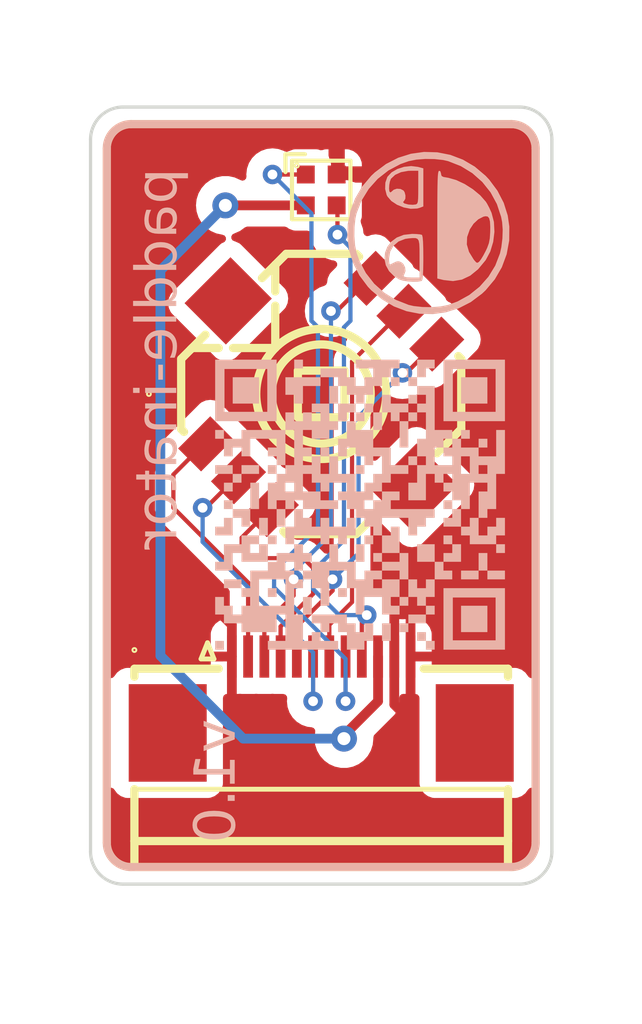
<source format=kicad_pcb>
(kicad_pcb (version 20240108) (generator "pcbnew") (generator_version "8.0")
  (layers (0 "F.Cu" power) (31 "B.Cu" power) (34 "B.Paste" user) (35 "F.Paste" user) (36 "B.SilkS" user "B.Silkscreen") (37 "F.SilkS" user "F.Silkscreen") (38 "B.Mask" user) (39 "F.Mask" user) (44 "Edge.Cuts" user))
  (net 0 "")
  (net 1 "DI")
  (net 2 "+5V")
  (net 3 "GND")
  (net 4 "DO")
  (net 6 "B")
  (net 7 "C")
  (net 9 "CENTER")
  (net 10 "COM")
  (net 11 "A")
  (net 12 "D")
  (footprint "MyKicadFootprints:SW-SMD_SKRHACE010" (layer "F.Cu") (at 118.15 83.9 45)
    (property "Reference" "U1" (hide yes))
    (property "Value" "SKRHACE010")
    (pad "1" smd rect (at -3.599949 -1.429896 45) (size 1.400051 1) (layers "F.Cu" "F.Paste" "F.Mask") (net 11 "A"))
    (pad "2" smd rect (at -3.599949 0.000127 45) (size 1.400051 1) (layers "F.Cu" "F.Paste" "F.Mask") (net 9 "CENTER"))
    (pad "3" smd rect (at -3.599949 1.429896 45) (size 1.400051 1) (layers "F.Cu" "F.Paste" "F.Mask") (net 7 "C"))
    (pad "4" smd rect (at 3.599949 -1.429896 45) (size 1.400051 1) (layers "F.Cu" "F.Paste" "F.Mask") (net 6 "B"))
    (pad "5" smd rect (at 3.599949 0.000127 45) (size 1.400051 1) (layers "F.Cu" "F.Paste" "F.Mask") (net 10 "COM"))
    (pad "6" smd rect (at 3.599949 1.429896 45) (size 1.400051 1) (layers "F.Cu" "F.Paste" "F.Mask") (net 12 "D"))
    (pad "7" smd rect (at 0 -4.049912 45) (size 2 1.8) (layers "F.Cu" "F.Paste" "F.Mask"))
    (pad "8" smd rect (at 0 4.049912 45) (size 2 1.8) (layers "F.Cu" "F.Paste" "F.Mask"))
  )
  (footprint "MyKicadFootprints:LED-SMD_4P-L1.5-W1.5-BL" (layer "F.Cu") (at 118.15 77.624892 -90)
    (property "Reference" "D1" (hide yes))
    (property "Value" "SK6805-EC15")
    (pad "1" smd rect (at -0.475108 0.474854 270) (size 0.550013 0.550013) (layers "F.Cu" "F.Paste" "F.Mask") (net 1 "DI"))
    (pad "2" smd rect (at 0.475108 0.475108 270) (size 0.550013 0.550013) (layers "F.Cu" "F.Paste" "F.Mask") (net 2 "+5V"))
    (pad "3" smd rect (at 0.475108 -0.475108 270) (size 0.550013 0.550013) (layers "F.Cu" "F.Paste" "F.Mask") (net 4 "DO"))
    (pad "4" smd rect (at -0.475108 -0.475108 270) (size 0.550013 0.550013) (layers "F.Cu" "F.Paste" "F.Mask") (net 3 "GND"))
  )
  (footprint "MyKicadFootprints:FFC-SMD_FFC05001-12SBA124W5M" (layer "F.Cu") (at 118.15 93.15)
    (property "Reference" "U2" (hide yes))
    (property "Value" "FFC05001-12SBA124W5M")
    (pad "1" smd rect (at -2.749936 -1.175006) (size 0.3 1.3) (layers "F.Cu" "F.Paste" "F.Mask") (net 3 "GND"))
    (pad "2" smd rect (at -2.250064 -1.175006) (size 0.3 1.3) (layers "F.Cu" "F.Paste" "F.Mask") (net 11 "A"))
    (pad "3" smd rect (at -1.749936 -1.175006) (size 0.3 1.3) (layers "F.Cu" "F.Paste" "F.Mask") (net 6 "B"))
    (pad "4" smd rect (at -1.250064 -1.175006) (size 0.3 1.3) (layers "F.Cu" "F.Paste" "F.Mask") (net 7 "C"))
    (pad "5" smd rect (at -0.749936 -1.175006) (size 0.3 1.3) (layers "F.Cu" "F.Paste" "F.Mask") (net 12 "D"))
    (pad "6" smd rect (at -0.250064 -1.175006) (size 0.3 1.3) (layers "F.Cu" "F.Paste" "F.Mask") (net 9 "CENTER"))
    (pad "7" smd rect (at 0.250064 -1.175006) (size 0.3 1.3) (layers "F.Cu" "F.Paste" "F.Mask") (net 10 "COM"))
    (pad "8" smd rect (at 0.749936 -1.175006) (size 0.3 1.3) (layers "F.Cu" "F.Paste" "F.Mask") (net 1 "DI"))
    (pad "9" smd rect (at 1.250064 -1.175006) (size 0.3 1.3) (layers "F.Cu" "F.Paste" "F.Mask") (net 4 "DO"))
    (pad "10" smd rect (at 1.749936 -1.175006) (size 0.3 1.3) (layers "F.Cu" "F.Paste" "F.Mask") (net 2 "+5V"))
    (pad "11" smd rect (at 2.250064 -1.175006) (size 0.3 1.3) (layers "F.Cu" "F.Paste" "F.Mask") (net 3 "GND"))
    (pad "12" smd rect (at 2.749936 -1.175006) (size 0.3 1.3) (layers "F.Cu" "F.Paste" "F.Mask") (net 3 "GND"))
    (pad "13" smd rect (at 4.725044 1.174752) (size 2.4 3) (layers "F.Cu" "F.Paste" "F.Mask"))
    (pad "14" smd rect (at -4.725044 1.175006) (size 2.4 3) (layers "F.Cu" "F.Paste" "F.Mask"))
  )
  (footprint "MyKicadFootprints:awesome-logo" (layer "B.Cu") (at 121.45 78.95 -90)
    (property "Reference" "LOGO1" (hide yes))
    (property "Value" "**REF" (hide yes))
  )
  (footprint "MyKicadFootprints:paddle-dpad-pcb-qr-10mm" (layer "B.Cu") (at 119.35 87.3 180)
    (property "Reference" "QR1" (hide yes))
    (property "Value" "**REF" (hide yes))
  )
  (gr_arc (start 124 75.6) (mid 124.53033 75.81967) (end 124.75 76.35) (stroke (width 0.25)) (layer "B.SilkS"))
  (gr_line (start 124.75 97.7) (end 124.75 76.35) (stroke (width 0.25)) (layer "B.SilkS"))
  (gr_line (start 124 75.6) (end 112.3 75.6) (stroke (width 0.25)) (layer "B.SilkS"))
  (gr_line (start 112.3 98.45) (end 124 98.45) (stroke (width 0.25)) (layer "B.SilkS"))
  (gr_arc (start 124.75 97.7) (mid 124.53033 98.23033) (end 124 98.45) (stroke (width 0.25)) (layer "B.SilkS"))
  (gr_arc (start 112.3 98.45) (mid 111.76967 98.23033) (end 111.55 97.7) (stroke (width 0.25)) (layer "B.SilkS"))
  (gr_arc (start 111.55 76.35) (mid 111.76967 75.81967) (end 112.3 75.6) (stroke (width 0.25)) (layer "B.SilkS"))
  (gr_line (start 111.55 76.35) (end 111.55 97.7) (stroke (width 0.25)) (layer "B.SilkS"))
  (gr_line (start 124.75 76.35) (end 124.75 97.7) (stroke (width 0.25)) (layer "F.SilkS"))
  (gr_arc (start 112.3 98.45) (mid 111.76967 98.23033) (end 111.55 97.7) (stroke (width 0.25)) (layer "F.SilkS"))
  (gr_arc (start 111.55 76.35) (mid 111.76967 75.81967) (end 112.3 75.6) (stroke (width 0.25)) (layer "F.SilkS"))
  (gr_arc (start 124.75 97.7) (mid 124.53033 98.23033) (end 124 98.45) (stroke (width 0.25)) (layer "F.SilkS"))
  (gr_line (start 111.55 97.7) (end 111.55 76.35) (stroke (width 0.25)) (layer "F.SilkS"))
  (gr_arc (start 124 75.6) (mid 124.53033 75.81967) (end 124.75 76.35) (stroke (width 0.25)) (layer "F.SilkS"))
  (gr_line (start 112.3 75.6) (end 124 75.6) (stroke (width 0.25)) (layer "F.SilkS"))
  (gr_line (start 124 98.45) (end 112.3 98.45) (stroke (width 0.25)) (layer "F.SilkS"))
  (gr_arc (start 124.25 75.075) (mid 124.957107 75.367893) (end 125.25 76.075) (stroke (width 0.1)) (layer "Edge.Cuts"))
  (gr_line (start 125.25 76.075) (end 125.25 97.975) (stroke (width 0.1)) (layer "Edge.Cuts"))
  (gr_line (start 111.05 97.975) (end 111.05 76.075) (stroke (width 0.1)) (layer "Edge.Cuts"))
  (gr_arc (start 112.05 98.975) (mid 111.342893 98.682107) (end 111.05 97.975) (stroke (width 0.1)) (layer "Edge.Cuts"))
  (gr_line (start 112.05 75.075) (end 124.25 75.075) (stroke (width 0.1)) (layer "Edge.Cuts"))
  (gr_arc (start 125.25 97.975) (mid 124.957107 98.682107) (end 124.25 98.975) (stroke (width 0.1)) (layer "Edge.Cuts"))
  (gr_line (start 124.25 98.975) (end 112.05 98.975) (stroke (width 0.1)) (layer "Edge.Cuts"))
  (gr_arc (start 111.05 76.075) (mid 111.342893 75.367893) (end 112.05 75.075) (stroke (width 0.1)) (layer "Edge.Cuts"))
  (gr_text "paddle-inator" (at 113.9 76.95 90) (layer "B.SilkS") (effects (font (size 1.25 1.25)) (justify left bottom mirror)))
  (gr_text "v1.0" (at 115.7 93.9 90) (layer "B.SilkS") (effects (font (size 1.25 1.25)) (justify left bottom mirror)))
  (segment (start 118.899936 93.349936) (end 118.899936 91.974994) (width 0.13) (layer "F.Cu") (net 1))
  (segment (start 116.65 77.15) (end 117.500038 77.15) (width 0.13) (layer "F.Cu") (net 1))
  (segment (start 117.500038 77.15) (end 117.500254 77.149784) (width 0.13) (layer "F.Cu") (net 1))
  (segment (start 118.9 93.35) (end 118.899936 93.349936) (width 0.13) (layer "F.Cu") (net 1))
  (via (at 118.9 93.35) (size 0.6) (drill 0.3) (layers "F.Cu" "B.Cu") (net 1))
  (via (at 116.65 77.15) (size 0.6) (drill 0.3) (layers "F.Cu" "B.Cu") (net 1))
  (segment (start 116.65 77.15) (end 117.85 78.35) (width 0.13) (layer "B.Cu") (net 1))
  (segment (start 116.7 89.85) (end 118.9 92.05) (width 0.13) (layer "B.Cu") (net 1))
  (segment (start 117.85 81.65) (end 118.05 81.85) (width 0.13) (layer "B.Cu") (net 1))
  (segment (start 117.85 78.35) (end 117.85 81.65) (width 0.13) (layer "B.Cu") (net 1))
  (segment (start 118.05 88) (end 116.7 89.35) (width 0.13) (layer "B.Cu") (net 1))
  (segment (start 116.7 89.35) (end 116.7 89.85) (width 0.13) (layer "B.Cu") (net 1))
  (segment (start 118.9 92.05) (end 118.9 93.35) (width 0.13) (layer "B.Cu") (net 1))
  (segment (start 118.05 81.85) (end 118.05 88) (width 0.13) (layer "B.Cu") (net 1))
  (segment (start 119.899936 93.350064) (end 119.899936 91.974994) (width 0.3) (layer "F.Cu") (net 2))
  (segment (start 118.85 94.4) (end 119.899936 93.350064) (width 0.3) (layer "F.Cu") (net 2))
  (segment (start 118.85 94.5) (end 118.85 94.4) (width 0.3) (layer "F.Cu") (net 2))
  (segment (start 115.2 78.1) (end 117.5 78.1) (width 0.3) (layer "F.Cu") (net 2))
  (via (at 118.85 94.5) (size 0.8) (drill 0.4) (layers "F.Cu" "B.Cu") (net 2))
  (via (at 115.2 78.1) (size 0.8) (drill 0.4) (layers "F.Cu" "B.Cu") (net 2))
  (segment (start 113.2 80.1) (end 115.2 78.1) (width 0.3) (layer "B.Cu") (net 2))
  (segment (start 115.75 94.5) (end 113.2 91.95) (width 0.3) (layer "B.Cu") (net 2))
  (segment (start 118.85 94.5) (end 115.75 94.5) (width 0.3) (layer "B.Cu") (net 2))
  (segment (start 113.2 91.95) (end 113.2 80.1) (width 0.3) (layer "B.Cu") (net 2))
  (segment (start 115.400064 91.974994) (end 113.924994 91.974994) (width 0.3) (layer "F.Cu") (net 3))
  (segment (start 113.924994 91.974994) (end 113.7 91.75) (width 0.3) (layer "F.Cu") (net 3))
  (segment (start 120.400064 91.974994) (end 120.400064 93.450064) (width 0.3) (layer "F.Cu") (net 3))
  (segment (start 115.400064 91.974994) (end 115.400064 91.000064) (width 0.3) (layer "F.Cu") (net 3))
  (segment (start 120.400064 90.649936) (end 120.85 90.2) (width 0.3) (layer "F.Cu") (net 3))
  (segment (start 120.400064 91.974994) (end 120.400064 90.649936) (width 0.3) (layer "F.Cu") (net 3))
  (segment (start 115.400064 93.200064) (end 116.05 93.85) (width 0.3) (layer "F.Cu") (net 3))
  (segment (start 115.400064 91.000064) (end 114.9 90.5) (width 0.3) (layer "F.Cu") (net 3))
  (segment (start 120.400064 93.450064) (end 120.8 93.85) (width 0.3) (layer "F.Cu") (net 3))
  (segment (start 114.9 90.5) (end 113.9 90.5) (width 0.3) (layer "F.Cu") (net 3))
  (segment (start 115.400064 91.974994) (end 115.400064 93.200064) (width 0.3) (layer "F.Cu") (net 3))
  (segment (start 119.400064 90.853313) (end 119.400064 91.974994) (width 0.13) (layer "F.Cu") (net 4))
  (segment (start 118.65 79) (end 118.65 78.299784) (width 0.13) (layer "F.Cu") (net 4))
  (segment (start 119.552338 90.701039) (end 119.400064 90.853313) (width 0.13) (layer "F.Cu") (net 4))
  (segment (start 118.65 78.299784) (end 118.450216 78.1) (width 0.13) (layer "F.Cu") (net 4))
  (via (at 118.65 79) (size 0.6) (drill 0.3) (layers "F.Cu" "B.Cu") (net 4))
  (via (at 119.552338 90.701039) (size 0.6) (drill 0.3) (layers "F.Cu" "B.Cu") (net 4))
  (segment (start 119.05 81.65) (end 118.85 81.85) (width 0.13) (layer "B.Cu") (net 4))
  (segment (start 118.85 81.85) (end 118.85 88.4) (width 0.13) (layer "B.Cu") (net 4))
  (segment (start 118.701039 90.701039) (end 119.552338 90.701039) (width 0.13) (layer "B.Cu") (net 4))
  (segment (start 117.9 89.9) (end 118.701039 90.701039) (width 0.13) (layer "B.Cu") (net 4))
  (segment (start 118.85 88.4) (end 117.9 89.35) (width 0.13) (layer "B.Cu") (net 4))
  (segment (start 119.05 79.4) (end 119.05 81.65) (width 0.13) (layer "B.Cu") (net 4))
  (segment (start 117.9 89.35) (end 117.9 89.9) (width 0.13) (layer "B.Cu") (net 4))
  (segment (start 118.65 79) (end 119.05 79.4) (width 0.13) (layer "B.Cu") (net 4))
  (segment (start 117.3 90.1) (end 116.400064 90.999936) (width 0.13) (layer "F.Cu") (net 6))
  (segment (start 116.400064 90.999936) (end 116.400064 91.974994) (width 0.13) (layer "F.Cu") (net 6))
  (segment (start 117.3 89.6) (end 117.3 90.1) (width 0.13) (layer "F.Cu") (net 6))
  (segment (start 118.45 81.35) (end 118.627821 81.35) (width 0.13) (layer "F.Cu") (net 6))
  (segment (start 118.627821 81.35) (end 119.634459 80.343362) (width 0.13) (layer "F.Cu") (net 6))
  (via (at 117.3 89.6) (size 0.6) (drill 0.3) (layers "F.Cu" "B.Cu") (net 6))
  (via (at 118.45 81.35) (size 0.6) (drill 0.3) (layers "F.Cu" "B.Cu") (net 6))
  (segment (start 117.3 89.6) (end 117.3 89.35) (width 0.13) (layer "B.Cu") (net 6))
  (segment (start 117.3 89.35) (end 118.45 88.2) (width 0.13) (layer "B.Cu") (net 6))
  (segment (start 118.45 88.2) (end 118.45 81.35) (width 0.13) (layer "B.Cu") (net 6))
  (segment (start 116.899936 91.050064) (end 116.899936 91.974994) (width 0.13) (layer "F.Cu") (net 7))
  (segment (start 115.7 88.65) (end 116 88.95) (width 0.13) (layer "F.Cu") (net 7))
  (segment (start 117.6 88.95) (end 117.9 89.25) (width 0.13) (layer "F.Cu") (net 7))
  (segment (start 117.9 89.25) (end 117.9 90.05) (width 0.13) (layer "F.Cu") (net 7))
  (segment (start 116.565541 87.456638) (end 115.7 88.322179) (width 0.13) (layer "F.Cu") (net 7))
  (segment (start 117.9 90.05) (end 116.899936 91.050064) (width 0.13) (layer "F.Cu") (net 7))
  (segment (start 116 88.95) (end 117.6 88.95) (width 0.13) (layer "F.Cu") (net 7))
  (segment (start 115.7 88.322179) (end 115.7 88.65) (width 0.13) (layer "F.Cu") (net 7))
  (segment (start 114.5 87.4) (end 114.600179 87.4) (width 0.13) (layer "F.Cu") (net 9))
  (segment (start 114.600179 87.4) (end 115.554541 86.445638) (width 0.13) (layer "F.Cu") (net 9))
  (segment (start 117.899936 93.35) (end 117.899936 91.974994) (width 0.13) (layer "F.Cu") (net 9))
  (via (at 117.899936 93.35) (size 0.6) (drill 0.3) (layers "F.Cu" "B.Cu") (net 9))
  (via (at 114.5 87.4) (size 0.6) (drill 0.3) (layers "F.Cu" "B.Cu") (net 9))
  (segment (start 117.899936 91.849936) (end 114.5 88.45) (width 0.13) (layer "B.Cu") (net 9))
  (segment (start 117.899936 93.35) (end 117.899936 91.849936) (width 0.13) (layer "B.Cu") (net 9))
  (segment (start 114.5 88.45) (end 114.5 87.4) (width 0.13) (layer "B.Cu") (net 9))
  (segment (start 118.400064 90.999936) (end 118.400064 91.974994) (width 0.13) (layer "F.Cu") (net 10))
  (segment (start 119.1 82.900179) (end 119.1 90.3) (width 0.13) (layer "F.Cu") (net 10))
  (segment (start 120.645638 81.354541) (end 119.1 82.900179) (width 0.13) (layer "F.Cu") (net 10))
  (segment (start 119.1 90.3) (end 118.400064 90.999936) (width 0.13) (layer "F.Cu") (net 10))
  (segment (start 113.6 86.377821) (end 114.543362 85.434459) (width 0.13) (layer "F.Cu") (net 11))
  (segment (start 113.6 87.4) (end 113.6 86.377821) (width 0.13) (layer "F.Cu") (net 11))
  (segment (start 115.899936 89.699936) (end 113.6 87.4) (width 0.13) (layer "F.Cu") (net 11))
  (segment (start 115.899936 91.974994) (end 115.899936 89.699936) (width 0.13) (layer "F.Cu") (net 11))
  (segment (start 120.65 83.25) (end 120.772179 83.25) (width 0.13) (layer "F.Cu") (net 12))
  (segment (start 117.400064 91.049936) (end 117.400064 91.974994) (width 0.13) (layer "F.Cu") (net 12))
  (segment (start 118.5 89.95) (end 117.400064 91.049936) (width 0.13) (layer "F.Cu") (net 12))
  (segment (start 118.5 89.6) (end 118.5 89.95) (width 0.13) (layer "F.Cu") (net 12))
  (segment (start 120.772179 83.25) (end 121.656638 82.365541) (width 0.13) (layer "F.Cu") (net 12))
  (via (at 118.5 89.6) (size 0.6) (drill 0.3) (layers "F.Cu" "B.Cu") (net 12))
  (via (at 120.65 83.25) (size 0.6) (drill 0.3) (layers "F.Cu" "B.Cu") (net 12))
  (segment (start 119.3 88.8) (end 119.3 84.6) (width 0.13) (layer "B.Cu") (net 12))
  (segment (start 119.3 84.6) (end 120.65 83.25) (width 0.13) (layer "B.Cu") (net 12))
  (segment (start 118.5 89.6) (end 119.3 88.8) (width 0.13) (layer "B.Cu") (net 12))
  (zone (net 3) (net_name "GND") (layer "F.Cu") (connect_pads (clearance 0.5)) (min_thickness 0.25) (fill yes (thermal_gap 0.5) (thermal_bridge_width 0.5))
    (polygon (pts (xy 110.3 74) (xy 126.65 74.05) (xy 126.9 100.65) (xy 109.7 101.05)))
  )
)
</source>
